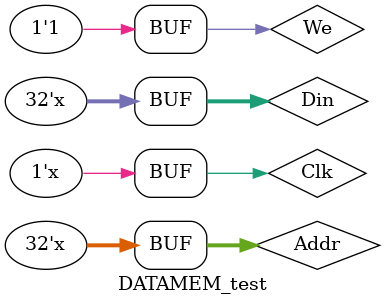
<source format=v>
`timescale 1ns / 1ps


module DATAMEM_test;
    reg [31:0]Addr,Din;
    reg Clk,We;
    wire [31:0]Dout;
    DATAMEM u(Addr,Din,Clk,We,Dout);
    initial begin
        Addr=0;
        Din=0;
        Clk=0;
        We=1;
    end
    always #0.2 Clk=Clk+1;
    always #0.1 Addr=Addr+1;
    always #0.2 Din=Din+1;
endmodule

</source>
